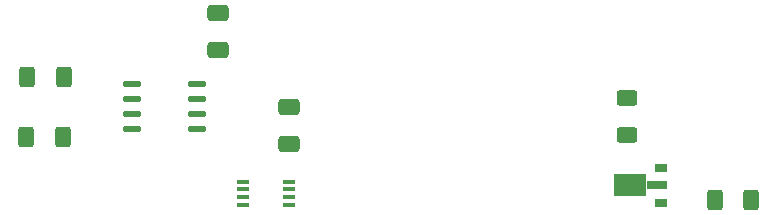
<source format=gbr>
%TF.GenerationSoftware,KiCad,Pcbnew,9.0.1-9.0.1-0~ubuntu24.04.1*%
%TF.CreationDate,2025-05-01T18:06:16+02:00*%
%TF.ProjectId,Circuito_LED,43697263-7569-4746-9f5f-4c45442e6b69,rev?*%
%TF.SameCoordinates,Original*%
%TF.FileFunction,Paste,Top*%
%TF.FilePolarity,Positive*%
%FSLAX46Y46*%
G04 Gerber Fmt 4.6, Leading zero omitted, Abs format (unit mm)*
G04 Created by KiCad (PCBNEW 9.0.1-9.0.1-0~ubuntu24.04.1) date 2025-05-01 18:06:16*
%MOMM*%
%LPD*%
G01*
G04 APERTURE LIST*
G04 Aperture macros list*
%AMRoundRect*
0 Rectangle with rounded corners*
0 $1 Rounding radius*
0 $2 $3 $4 $5 $6 $7 $8 $9 X,Y pos of 4 corners*
0 Add a 4 corners polygon primitive as box body*
4,1,4,$2,$3,$4,$5,$6,$7,$8,$9,$2,$3,0*
0 Add four circle primitives for the rounded corners*
1,1,$1+$1,$2,$3*
1,1,$1+$1,$4,$5*
1,1,$1+$1,$6,$7*
1,1,$1+$1,$8,$9*
0 Add four rect primitives between the rounded corners*
20,1,$1+$1,$2,$3,$4,$5,0*
20,1,$1+$1,$4,$5,$6,$7,0*
20,1,$1+$1,$6,$7,$8,$9,0*
20,1,$1+$1,$8,$9,$2,$3,0*%
G04 Aperture macros list end*
%ADD10R,1.023099X0.354800*%
%ADD11RoundRect,0.250000X0.400000X0.625000X-0.400000X0.625000X-0.400000X-0.625000X0.400000X-0.625000X0*%
%ADD12RoundRect,0.250000X-0.400000X-0.625000X0.400000X-0.625000X0.400000X0.625000X-0.400000X0.625000X0*%
%ADD13RoundRect,0.250000X-0.625000X0.400000X-0.625000X-0.400000X0.625000X-0.400000X0.625000X0.400000X0*%
%ADD14R,1.100000X0.700000*%
%ADD15R,1.800000X0.700000*%
%ADD16R,2.800000X1.900000*%
%ADD17RoundRect,0.250000X-0.650000X0.412500X-0.650000X-0.412500X0.650000X-0.412500X0.650000X0.412500X0*%
%ADD18RoundRect,0.063750X-0.671250X-0.191250X0.671250X-0.191250X0.671250X0.191250X-0.671250X0.191250X0*%
G04 APERTURE END LIST*
D10*
%TO.C,U5*%
X113831304Y-96500000D03*
X113831304Y-97149998D03*
X113831304Y-97800000D03*
X113831304Y-98449998D03*
X117750000Y-98449998D03*
X117750000Y-97800000D03*
X117750000Y-97149998D03*
X117750000Y-96500000D03*
%TD*%
D11*
%TO.C,R9*%
X156900000Y-98000000D03*
X153800000Y-98000000D03*
%TD*%
D12*
%TO.C,R11*%
X95600000Y-87600000D03*
X98700000Y-87600000D03*
%TD*%
D13*
%TO.C,R10*%
X146400000Y-89400000D03*
X146400000Y-92500000D03*
%TD*%
D14*
%TO.C,Q6*%
X149250000Y-95300000D03*
D15*
X148900000Y-96800000D03*
D14*
X149250000Y-98300000D03*
D16*
X146600000Y-96800000D03*
%TD*%
D17*
%TO.C,C16*%
X111750000Y-82187500D03*
X111750000Y-85312500D03*
%TD*%
D12*
%TO.C,R12*%
X95500000Y-92700000D03*
X98600000Y-92700000D03*
%TD*%
D18*
%TO.C,U9*%
X104480000Y-88190000D03*
X104480000Y-89460000D03*
X104480000Y-90730000D03*
X104480000Y-92000000D03*
X110000000Y-92000000D03*
X110000000Y-90730000D03*
X110000000Y-89460000D03*
X110000000Y-88190000D03*
%TD*%
D17*
%TO.C,C15*%
X117750000Y-90187500D03*
X117750000Y-93312500D03*
%TD*%
M02*

</source>
